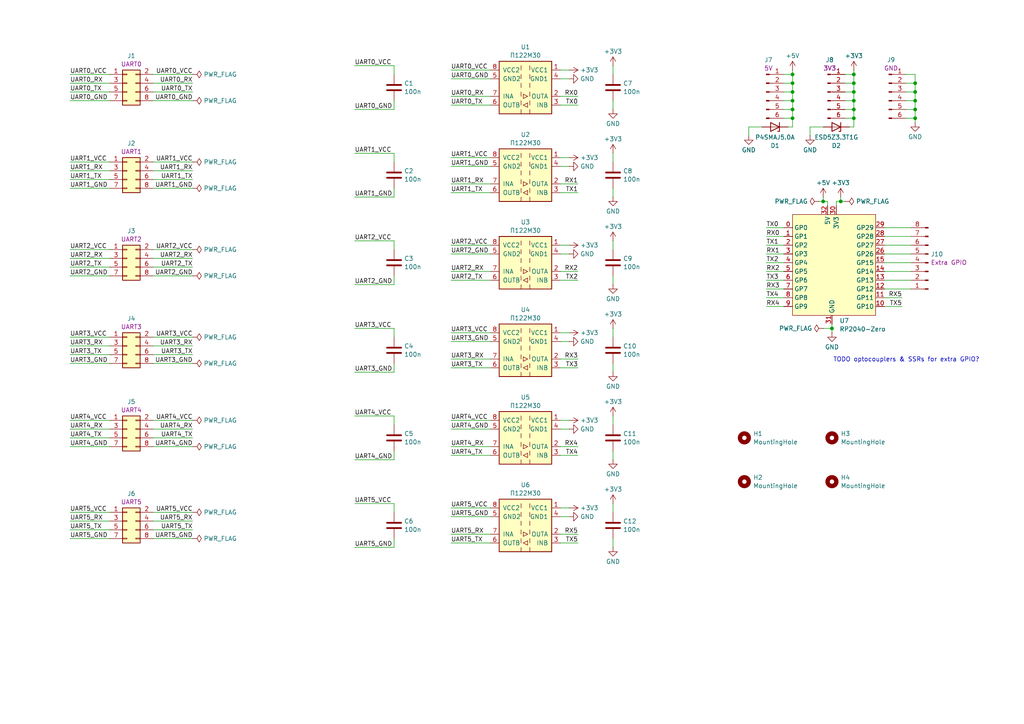
<source format=kicad_sch>
(kicad_sch (version 20231120) (generator "eeschema") (generator_version "8.0")
  (paper "A4")
  (lib_symbols
    (symbol "Connector:Conn_01x06_Pin" (pin_names (offset 1.016) hide)
      (property "Reference" "J" (at 0 7.62 0))
      (property "Value" "Conn_01x06_Pin" (at 0 -10.16 0))
      (symbol "Conn_01x06_Pin_1_1"
        (pin passive line (at 5.08 5.08 180) (length 3.81) (name "Pin_1") (number "1"))
        (pin passive line (at 5.08 2.54 180) (length 3.81) (name "Pin_2") (number "2"))
        (pin passive line (at 5.08 0 180) (length 3.81) (name "Pin_3") (number "3"))
        (pin passive line (at 5.08 -2.54 180) (length 3.81) (name "Pin_4") (number "4"))
        (pin passive line (at 5.08 -5.08 180) (length 3.81) (name "Pin_5") (number "5"))
        (pin passive line (at 5.08 -7.62 180) (length 3.81) (name "Pin_6") (number "6"))
      )
    )
    (symbol "Connector:Conn_01x08_Pin" (pin_names (offset 1.016) hide)
      (property "Reference" "J" (at 0 10.16 0))
      (property "Value" "Conn_01x08_Pin" (at 0 -12.7 0))
      (symbol "Conn_01x08_Pin_1_1"
        (pin passive line (at 5.08 7.62 180) (length 3.81) (name "Pin_1") (number "1"))
        (pin passive line (at 5.08 5.08 180) (length 3.81) (name "Pin_2") (number "2"))
        (pin passive line (at 5.08 2.54 180) (length 3.81) (name "Pin_3") (number "3"))
        (pin passive line (at 5.08 0 180) (length 3.81) (name "Pin_4") (number "4"))
        (pin passive line (at 5.08 -2.54 180) (length 3.81) (name "Pin_5") (number "5"))
        (pin passive line (at 5.08 -5.08 180) (length 3.81) (name "Pin_6") (number "6"))
        (pin passive line (at 5.08 -7.62 180) (length 3.81) (name "Pin_7") (number "7"))
        (pin passive line (at 5.08 -10.16 180) (length 3.81) (name "Pin_8") (number "8"))
      )
    )
    (symbol "Connector_Generic:Conn_02x04_Odd_Even" (pin_names (offset 1.016) hide)
      (property "Reference" "J" (at 1.27 5.08 0))
      (property "Value" "Conn_02x04_Odd_Even" (at 1.27 -7.62 0))
      (symbol "Conn_02x04_Odd_Even_1_1"
        (pin passive line (at -5.08 2.54 0) (length 3.81) (name "Pin_1") (number "1"))
        (pin passive line (at 7.62 2.54 180) (length 3.81) (name "Pin_2") (number "2"))
        (pin passive line (at -5.08 0 0) (length 3.81) (name "Pin_3") (number "3"))
        (pin passive line (at 7.62 0 180) (length 3.81) (name "Pin_4") (number "4"))
        (pin passive line (at -5.08 -2.54 0) (length 3.81) (name "Pin_5") (number "5"))
        (pin passive line (at 7.62 -2.54 180) (length 3.81) (name "Pin_6") (number "6"))
        (pin passive line (at -5.08 -5.08 0) (length 3.81) (name "Pin_7") (number "7"))
        (pin passive line (at 7.62 -5.08 180) (length 3.81) (name "Pin_8") (number "8"))
      )
    )
    (symbol "Device:C" (pin_numbers hide) (pin_names (offset 0.254))
      (property "Reference" "C" (at 0.635 2.54 0))
      (property "Value" "C" (at 0.635 -2.54 0))
      (symbol "C_1_1"
        (pin passive line (at 0 3.81 270) (length 2.794) (name "~") (number "1"))
        (pin passive line (at 0 -3.81 90) (length 2.794) (name "~") (number "2"))
      )
    )
    (symbol "Mechanical:MountingHole" (pin_names (offset 1.016)) (exclude_from_sim yes) (in_bom no)
      (property "Reference" "H" (at 0 5.08 0))
      (property "Value" "MountingHole" (at 0 3.175 0))
    )
    (symbol "inventree:ESD5Z3.3T1G" (pin_numbers hide) (pin_names (offset 1.016) hide)
      (property "Reference" "D" (at 0 2.54 0))
      (property "Value" "ESD5Z3.3T1G" (at 0 -2.54 0))
      (symbol "ESD5Z3.3T1G_1_1"
        (pin passive line (at -3.81 0 0) (length 2.54) (name "K") (number "1"))
        (pin passive line (at 3.81 0 180) (length 2.54) (name "A") (number "2"))
      )
    )
    (symbol "inventree:P4SMAJ5.0A" (pin_numbers hide) (pin_names (offset 1.016) hide)
      (property "Reference" "D" (at 0 2.54 0))
      (property "Value" "P4SMAJ5.0A" (at 0 -2.54 0))
      (symbol "P4SMAJ5.0A_1_1"
        (pin passive line (at -3.81 0 0) (length 2.54) (name "K") (number "1"))
        (pin passive line (at 3.81 0 180) (length 2.54) (name "A") (number "2"))
      )
    )
    (symbol "inventree:RP2040-Zero"
      (property "Reference" "U" (at 0 0 0))
      (property "Value" "RP2040-Zero" (at 0 -2.54 0))
      (symbol "RP2040-Zero_1_1"
        (pin bidirectional line (at -13.97 10.16 0) (length 2.54) (name "GP0") (number "0"))
        (pin bidirectional line (at -13.97 7.62 0) (length 2.54) (name "GP1") (number "1"))
        (pin bidirectional line (at 15.24 -12.7 180) (length 2.54) (name "GP10") (number "10"))
        (pin bidirectional line (at 15.24 -10.16 180) (length 2.54) (name "GP11") (number "11"))
        (pin bidirectional line (at 15.24 -7.62 180) (length 2.54) (name "GP12") (number "12"))
        (pin bidirectional line (at 15.24 -5.08 180) (length 2.54) (name "GP13") (number "13"))
        (pin bidirectional line (at 15.24 -2.54 180) (length 2.54) (name "GP14") (number "14"))
        (pin bidirectional line (at 15.24 0 180) (length 2.54) (name "GP15") (number "15"))
        (pin bidirectional line (at -13.97 5.08 0) (length 2.54) (name "GP2") (number "2"))
        (pin bidirectional line (at 15.24 2.54 180) (length 2.54) (name "GP26") (number "26"))
        (pin bidirectional line (at 15.24 5.08 180) (length 2.54) (name "GP27") (number "27"))
        (pin bidirectional line (at 15.24 7.62 180) (length 2.54) (name "GP28") (number "28"))
        (pin bidirectional line (at 15.24 10.16 180) (length 2.54) (name "GP29") (number "29"))
        (pin bidirectional line (at -13.97 2.54 0) (length 2.54) (name "GP3") (number "3"))
        (pin power_in line (at 1.27 16.51 270) (length 2.54) (name "3V3") (number "30"))
        (pin passive line (at 0 -17.78 90) (length 2.54) (name "GND") (number "31"))
        (pin power_in line (at -1.27 16.51 270) (length 2.54) (name "5V") (number "32"))
        (pin bidirectional line (at -13.97 0 0) (length 2.54) (name "GP4") (number "4"))
        (pin bidirectional line (at -13.97 -2.54 0) (length 2.54) (name "GP5") (number "5"))
        (pin bidirectional line (at -13.97 -5.08 0) (length 2.54) (name "GP6") (number "6"))
        (pin bidirectional line (at -13.97 -7.62 0) (length 2.54) (name "GP7") (number "7"))
        (pin bidirectional line (at -13.97 -10.16 0) (length 2.54) (name "GP8") (number "8"))
        (pin bidirectional line (at -13.97 -12.7 0) (length 2.54) (name "GP9") (number "9"))
      )
    )
    (symbol "inventree:Π122M30" (pin_names (offset 1.016))
      (property "Reference" "U" (at 0 10.795 0))
      (property "Value" "Π122M30" (at 0 8.89 0))
      (symbol "Π122M30_1_1"
        (pin power_in line (at -10.16 5.08 0) (length 2.54) (name "VCC1") (number "1"))
        (pin output line (at -10.16 -2.54 0) (length 2.54) (name "OUTA") (number "2"))
        (pin input line (at -10.16 -5.08 0) (length 2.54) (name "INB") (number "3"))
        (pin power_in line (at -10.16 2.54 0) (length 2.54) (name "GND1") (number "4"))
        (pin power_in line (at 10.16 2.54 180) (length 2.54) (name "GND2") (number "5"))
        (pin output line (at 10.16 -5.08 180) (length 2.54) (name "OUTB") (number "6"))
        (pin input line (at 10.16 -2.54 180) (length 2.54) (name "INA") (number "7"))
        (pin power_in line (at 10.16 5.08 180) (length 2.54) (name "VCC2") (number "8"))
      )
    )
    (symbol "power:+3V3" (power) (pin_numbers hide) (pin_names (offset 0) hide)
      (property "Value" "+3V3" (at 0 3.556 0))
      (symbol "+3V3_1_1"
        (pin power_in line (at 0 0 90) (length 0) (name "~") (number "1"))
      )
    )
    (symbol "power:+5V" (power) (pin_numbers hide) (pin_names (offset 0) hide)
      (property "Value" "+5V" (at 0 3.556 0))
      (symbol "+5V_1_1"
        (pin power_in line (at 0 0 90) (length 0) (name "~") (number "1"))
      )
    )
    (symbol "power:GND" (power) (pin_numbers hide) (pin_names (offset 0) hide)
      (property "Value" "GND" (at 0 -3.81 0))
      (symbol "GND_1_1"
        (pin power_in line (at 0 0 270) (length 0) (name "~") (number "1"))
      )
    )
    (symbol "power:PWR_FLAG" (power) (pin_numbers hide) (pin_names (offset 0) hide)
      (property "Value" "PWR_FLAG" (at 0 3.81 0))
      (symbol "PWR_FLAG_0_0"
        (pin power_out line (at 0 0 90) (length 0) (name "~") (number "1"))
      )
    )
  )
  (junction (at 238.76 58.42))
  (junction (at 247.65 29.21))
  (junction (at 247.65 21.59))
  (junction (at 247.65 26.67))
  (junction (at 229.87 29.21))
  (junction (at 265.43 29.21))
  (junction (at 247.65 31.75))
  (junction (at 229.87 24.13))
  (junction (at 229.87 26.67))
  (junction (at 247.65 34.29))
  (junction (at 229.87 21.59))
  (junction (at 243.84 58.42))
  (junction (at 241.3 95.25))
  (junction (at 265.43 24.13))
  (junction (at 247.65 24.13))
  (junction (at 229.87 31.75))
  (junction (at 265.43 34.29))
  (junction (at 229.87 34.29))
  (junction (at 265.43 31.75))
  (junction (at 265.43 26.67))
  (wire (pts (xy 114.3 158.75) (xy 114.3 156.21)))
  (wire (pts (xy 130.81 30.48) (xy 142.24 30.48)))
  (wire (pts (xy 130.81 129.54) (xy 142.24 129.54)))
  (wire (pts (xy 241.3 95.25) (xy 241.3 96.52)))
  (wire (pts (xy 130.81 124.46) (xy 142.24 124.46)))
  (wire (pts (xy 162.56 55.88) (xy 167.64 55.88)))
  (wire (pts (xy 162.56 147.32) (xy 165.1 147.32)))
  (wire (pts (xy 265.43 29.21) (xy 265.43 31.75)))
  (wire (pts (xy 130.81 53.34) (xy 142.24 53.34)))
  (wire (pts (xy 44.45 156.21) (xy 55.88 156.21)))
  (wire (pts (xy 114.3 69.85) (xy 114.3 72.39)))
  (wire (pts (xy 162.56 48.26) (xy 165.1 48.26)))
  (wire (pts (xy 130.81 48.26) (xy 142.24 48.26)))
  (wire (pts (xy 177.8 105.41) (xy 177.8 107.95)))
  (wire (pts (xy 242.57 58.42) (xy 242.57 59.69)))
  (wire (pts (xy 162.56 157.48) (xy 167.64 157.48)))
  (wire (pts (xy 222.25 83.82) (xy 227.33 83.82)))
  (wire (pts (xy 20.32 97.79) (xy 31.75 97.79)))
  (wire (pts (xy 20.32 105.41) (xy 31.75 105.41)))
  (wire (pts (xy 256.54 83.82) (xy 264.16 83.82)))
  (wire (pts (xy 20.32 52.07) (xy 31.75 52.07)))
  (wire (pts (xy 44.45 26.67) (xy 55.88 26.67)))
  (wire (pts (xy 20.32 77.47) (xy 31.75 77.47)))
  (wire (pts (xy 256.54 86.36) (xy 261.62 86.36)))
  (wire (pts (xy 44.45 21.59) (xy 55.88 21.59)))
  (wire (pts (xy 20.32 54.61) (xy 31.75 54.61)))
  (wire (pts (xy 229.87 34.29) (xy 229.87 36.83)))
  (wire (pts (xy 44.45 74.93) (xy 55.88 74.93)))
  (wire (pts (xy 162.56 104.14) (xy 167.64 104.14)))
  (wire (pts (xy 228.6 36.83) (xy 229.87 36.83)))
  (wire (pts (xy 44.45 105.41) (xy 55.88 105.41)))
  (wire (pts (xy 162.56 81.28) (xy 167.64 81.28)))
  (wire (pts (xy 44.45 124.46) (xy 55.88 124.46)))
  (wire (pts (xy 243.84 57.15) (xy 243.84 58.42)))
  (wire (pts (xy 247.65 26.67) (xy 247.65 29.21)))
  (wire (pts (xy 177.8 69.85) (xy 177.8 72.39)))
  (wire (pts (xy 44.45 72.39) (xy 55.88 72.39)))
  (wire (pts (xy 177.8 120.65) (xy 177.8 123.19)))
  (wire (pts (xy 114.3 44.45) (xy 114.3 46.99)))
  (wire (pts (xy 177.8 80.01) (xy 177.8 82.55)))
  (wire (pts (xy 130.81 96.52) (xy 142.24 96.52)))
  (wire (pts (xy 20.32 26.67) (xy 31.75 26.67)))
  (wire (pts (xy 245.11 31.75) (xy 247.65 31.75)))
  (wire (pts (xy 262.89 29.21) (xy 265.43 29.21)))
  (wire (pts (xy 162.56 121.92) (xy 165.1 121.92)))
  (wire (pts (xy 247.65 21.59) (xy 247.65 24.13)))
  (wire (pts (xy 247.65 29.21) (xy 247.65 31.75)))
  (wire (pts (xy 102.87 31.75) (xy 114.3 31.75)))
  (wire (pts (xy 20.32 156.21) (xy 31.75 156.21)))
  (wire (pts (xy 162.56 30.48) (xy 167.64 30.48)))
  (wire (pts (xy 102.87 146.05) (xy 114.3 146.05)))
  (wire (pts (xy 114.3 146.05) (xy 114.3 148.59)))
  (wire (pts (xy 102.87 107.95) (xy 114.3 107.95)))
  (wire (pts (xy 217.17 39.37) (xy 217.17 36.83)))
  (wire (pts (xy 234.95 36.83) (xy 238.76 36.83)))
  (wire (pts (xy 44.45 24.13) (xy 55.88 24.13)))
  (wire (pts (xy 162.56 27.94) (xy 167.64 27.94)))
  (wire (pts (xy 102.87 120.65) (xy 114.3 120.65)))
  (wire (pts (xy 114.3 95.25) (xy 114.3 97.79)))
  (wire (pts (xy 130.81 147.32) (xy 142.24 147.32)))
  (wire (pts (xy 177.8 54.61) (xy 177.8 57.15)))
  (wire (pts (xy 162.56 99.06) (xy 165.1 99.06)))
  (wire (pts (xy 256.54 66.04) (xy 264.16 66.04)))
  (wire (pts (xy 44.45 127) (xy 55.88 127)))
  (wire (pts (xy 114.3 133.35) (xy 114.3 130.81)))
  (wire (pts (xy 229.87 29.21) (xy 229.87 31.75)))
  (wire (pts (xy 227.33 21.59) (xy 229.87 21.59)))
  (wire (pts (xy 130.81 154.94) (xy 142.24 154.94)))
  (wire (pts (xy 102.87 44.45) (xy 114.3 44.45)))
  (wire (pts (xy 162.56 129.54) (xy 167.64 129.54)))
  (wire (pts (xy 177.8 156.21) (xy 177.8 158.75)))
  (wire (pts (xy 44.45 129.54) (xy 55.88 129.54)))
  (wire (pts (xy 256.54 73.66) (xy 264.16 73.66)))
  (wire (pts (xy 256.54 81.28) (xy 264.16 81.28)))
  (wire (pts (xy 162.56 124.46) (xy 165.1 124.46)))
  (wire (pts (xy 114.3 120.65) (xy 114.3 123.19)))
  (wire (pts (xy 130.81 157.48) (xy 142.24 157.48)))
  (wire (pts (xy 238.76 57.15) (xy 238.76 58.42)))
  (wire (pts (xy 177.8 29.21) (xy 177.8 31.75)))
  (wire (pts (xy 102.87 19.05) (xy 114.3 19.05)))
  (wire (pts (xy 234.95 39.37) (xy 234.95 36.83)))
  (wire (pts (xy 162.56 132.08) (xy 167.64 132.08)))
  (wire (pts (xy 222.25 76.2) (xy 227.33 76.2)))
  (wire (pts (xy 44.45 46.99) (xy 55.88 46.99)))
  (wire (pts (xy 20.32 49.53) (xy 31.75 49.53)))
  (wire (pts (xy 262.89 31.75) (xy 265.43 31.75)))
  (wire (pts (xy 222.25 71.12) (xy 227.33 71.12)))
  (wire (pts (xy 130.81 71.12) (xy 142.24 71.12)))
  (wire (pts (xy 177.8 130.81) (xy 177.8 133.35)))
  (wire (pts (xy 222.25 73.66) (xy 227.33 73.66)))
  (wire (pts (xy 177.8 95.25) (xy 177.8 97.79)))
  (wire (pts (xy 130.81 99.06) (xy 142.24 99.06)))
  (wire (pts (xy 238.76 58.42) (xy 240.03 58.42)))
  (wire (pts (xy 20.32 21.59) (xy 31.75 21.59)))
  (wire (pts (xy 240.03 58.42) (xy 240.03 59.69)))
  (wire (pts (xy 130.81 121.92) (xy 142.24 121.92)))
  (wire (pts (xy 262.89 26.67) (xy 265.43 26.67)))
  (wire (pts (xy 222.25 81.28) (xy 227.33 81.28)))
  (wire (pts (xy 114.3 19.05) (xy 114.3 21.59)))
  (wire (pts (xy 245.11 26.67) (xy 247.65 26.67)))
  (wire (pts (xy 245.11 21.59) (xy 247.65 21.59)))
  (wire (pts (xy 102.87 95.25) (xy 114.3 95.25)))
  (wire (pts (xy 265.43 21.59) (xy 265.43 24.13)))
  (wire (pts (xy 265.43 26.67) (xy 265.43 29.21)))
  (wire (pts (xy 177.8 19.05) (xy 177.8 21.59)))
  (wire (pts (xy 114.3 82.55) (xy 114.3 80.01)))
  (wire (pts (xy 162.56 22.86) (xy 165.1 22.86)))
  (wire (pts (xy 243.84 58.42) (xy 245.11 58.42)))
  (wire (pts (xy 44.45 97.79) (xy 55.88 97.79)))
  (wire (pts (xy 20.32 151.13) (xy 31.75 151.13)))
  (wire (pts (xy 177.8 146.05) (xy 177.8 148.59)))
  (wire (pts (xy 162.56 71.12) (xy 165.1 71.12)))
  (wire (pts (xy 44.45 151.13) (xy 55.88 151.13)))
  (wire (pts (xy 130.81 149.86) (xy 142.24 149.86)))
  (wire (pts (xy 256.54 76.2) (xy 264.16 76.2)))
  (wire (pts (xy 256.54 68.58) (xy 264.16 68.58)))
  (wire (pts (xy 256.54 78.74) (xy 264.16 78.74)))
  (wire (pts (xy 44.45 102.87) (xy 55.88 102.87)))
  (wire (pts (xy 20.32 127) (xy 31.75 127)))
  (wire (pts (xy 44.45 148.59) (xy 55.88 148.59)))
  (wire (pts (xy 20.32 74.93) (xy 31.75 74.93)))
  (wire (pts (xy 20.32 124.46) (xy 31.75 124.46)))
  (wire (pts (xy 20.32 129.54) (xy 31.75 129.54)))
  (wire (pts (xy 20.32 24.13) (xy 31.75 24.13)))
  (wire (pts (xy 227.33 29.21) (xy 229.87 29.21)))
  (wire (pts (xy 229.87 20.32) (xy 229.87 21.59)))
  (wire (pts (xy 102.87 158.75) (xy 114.3 158.75)))
  (wire (pts (xy 20.32 80.01) (xy 31.75 80.01)))
  (wire (pts (xy 102.87 57.15) (xy 114.3 57.15)))
  (wire (pts (xy 114.3 107.95) (xy 114.3 105.41)))
  (wire (pts (xy 262.89 21.59) (xy 265.43 21.59)))
  (wire (pts (xy 162.56 73.66) (xy 165.1 73.66)))
  (wire (pts (xy 130.81 27.94) (xy 142.24 27.94)))
  (wire (pts (xy 162.56 154.94) (xy 167.64 154.94)))
  (wire (pts (xy 217.17 36.83) (xy 220.98 36.83)))
  (wire (pts (xy 237.49 58.42) (xy 238.76 58.42)))
  (wire (pts (xy 247.65 34.29) (xy 245.11 34.29)))
  (wire (pts (xy 44.45 49.53) (xy 55.88 49.53)))
  (wire (pts (xy 247.65 24.13) (xy 247.65 26.67)))
  (wire (pts (xy 162.56 149.86) (xy 165.1 149.86)))
  (wire (pts (xy 20.32 102.87) (xy 31.75 102.87)))
  (wire (pts (xy 227.33 24.13) (xy 229.87 24.13)))
  (wire (pts (xy 130.81 132.08) (xy 142.24 132.08)))
  (wire (pts (xy 102.87 133.35) (xy 114.3 133.35)))
  (wire (pts (xy 241.3 93.98) (xy 241.3 95.25)))
  (wire (pts (xy 44.45 29.21) (xy 55.88 29.21)))
  (wire (pts (xy 44.45 100.33) (xy 55.88 100.33)))
  (wire (pts (xy 44.45 80.01) (xy 55.88 80.01)))
  (wire (pts (xy 20.32 121.92) (xy 31.75 121.92)))
  (wire (pts (xy 247.65 36.83) (xy 247.65 34.29)))
  (wire (pts (xy 177.8 44.45) (xy 177.8 46.99)))
  (wire (pts (xy 222.25 68.58) (xy 227.33 68.58)))
  (wire (pts (xy 265.43 34.29) (xy 265.43 35.56)))
  (wire (pts (xy 238.76 95.25) (xy 241.3 95.25)))
  (wire (pts (xy 227.33 26.67) (xy 229.87 26.67)))
  (wire (pts (xy 162.56 45.72) (xy 165.1 45.72)))
  (wire (pts (xy 229.87 26.67) (xy 229.87 29.21)))
  (wire (pts (xy 243.84 58.42) (xy 242.57 58.42)))
  (wire (pts (xy 130.81 78.74) (xy 142.24 78.74)))
  (wire (pts (xy 247.65 31.75) (xy 247.65 34.29)))
  (wire (pts (xy 229.87 21.59) (xy 229.87 24.13)))
  (wire (pts (xy 162.56 53.34) (xy 167.64 53.34)))
  (wire (pts (xy 130.81 45.72) (xy 142.24 45.72)))
  (wire (pts (xy 246.38 36.83) (xy 247.65 36.83)))
  (wire (pts (xy 20.32 148.59) (xy 31.75 148.59)))
  (wire (pts (xy 256.54 88.9) (xy 261.62 88.9)))
  (wire (pts (xy 44.45 153.67) (xy 55.88 153.67)))
  (wire (pts (xy 44.45 52.07) (xy 55.88 52.07)))
  (wire (pts (xy 44.45 121.92) (xy 55.88 121.92)))
  (wire (pts (xy 227.33 31.75) (xy 229.87 31.75)))
  (wire (pts (xy 20.32 29.21) (xy 31.75 29.21)))
  (wire (pts (xy 130.81 20.32) (xy 142.24 20.32)))
  (wire (pts (xy 162.56 78.74) (xy 167.64 78.74)))
  (wire (pts (xy 245.11 24.13) (xy 247.65 24.13)))
  (wire (pts (xy 130.81 106.68) (xy 142.24 106.68)))
  (wire (pts (xy 44.45 77.47) (xy 55.88 77.47)))
  (wire (pts (xy 262.89 24.13) (xy 265.43 24.13)))
  (wire (pts (xy 162.56 106.68) (xy 167.64 106.68)))
  (wire (pts (xy 245.11 29.21) (xy 247.65 29.21)))
  (wire (pts (xy 265.43 24.13) (xy 265.43 26.67)))
  (wire (pts (xy 130.81 55.88) (xy 142.24 55.88)))
  (wire (pts (xy 102.87 69.85) (xy 114.3 69.85)))
  (wire (pts (xy 130.81 73.66) (xy 142.24 73.66)))
  (wire (pts (xy 20.32 46.99) (xy 31.75 46.99)))
  (wire (pts (xy 114.3 31.75) (xy 114.3 29.21)))
  (wire (pts (xy 222.25 66.04) (xy 227.33 66.04)))
  (wire (pts (xy 130.81 22.86) (xy 142.24 22.86)))
  (wire (pts (xy 229.87 34.29) (xy 227.33 34.29)))
  (wire (pts (xy 44.45 54.61) (xy 55.88 54.61)))
  (wire (pts (xy 20.32 153.67) (xy 31.75 153.67)))
  (wire (pts (xy 265.43 31.75) (xy 265.43 34.29)))
  (wire (pts (xy 222.25 78.74) (xy 227.33 78.74)))
  (wire (pts (xy 222.25 86.36) (xy 227.33 86.36)))
  (wire (pts (xy 130.81 104.14) (xy 142.24 104.14)))
  (wire (pts (xy 256.54 71.12) (xy 264.16 71.12)))
  (wire (pts (xy 20.32 72.39) (xy 31.75 72.39)))
  (wire (pts (xy 247.65 20.32) (xy 247.65 21.59)))
  (wire (pts (xy 162.56 20.32) (xy 165.1 20.32)))
  (wire (pts (xy 229.87 24.13) (xy 229.87 26.67)))
  (wire (pts (xy 229.87 31.75) (xy 229.87 34.29)))
  (wire (pts (xy 102.87 82.55) (xy 114.3 82.55)))
  (wire (pts (xy 130.81 81.28) (xy 142.24 81.28)))
  (wire (pts (xy 162.56 96.52) (xy 165.1 96.52)))
  (wire (pts (xy 222.25 88.9) (xy 227.33 88.9)))
  (wire (pts (xy 20.32 100.33) (xy 31.75 100.33)))
  (wire (pts (xy 114.3 57.15) (xy 114.3 54.61)))
  (wire (pts (xy 265.43 34.29) (xy 262.89 34.29)))
  (text "TODO optocouplers & SSRs for extra GPIO?" (at 262.89 104.394 0) (effects (font (size 1.27 1.27))))
  (label "UART3_VCC" (at 130.81 96.52 0))
  (label "UART2_VCC" (at 20.32 72.39 0))
  (label "UART0_GND" (at 130.81 22.86 0))
  (label "TX0" (at 222.25 66.04 0))
  (label "UART1_TX" (at 20.32 52.07 0))
  (label "UART4_VCC" (at 130.81 121.92 0))
  (label "UART5_RX" (at 130.81 154.94 0))
  (label "UART4_RX" (at 130.81 129.54 0))
  (label "RX5" (at 167.64 154.94 180))
  (label "TX5" (at 261.62 88.9 180))
  (label "UART3_VCC" (at 102.87 95.25 0))
  (label "RX0" (at 222.25 68.58 0))
  (label "UART4_VCC" (at 55.88 121.92 180))
  (label "UART0_TX" (at 20.32 26.67 0))
  (label "UART1_GND" (at 55.88 54.61 180))
  (label "RX4" (at 167.64 129.54 180))
  (label "UART5_RX" (at 20.32 151.13 0))
  (label "UART0_VCC" (at 130.81 20.32 0))
  (label "UART1_RX" (at 20.32 49.53 0))
  (label "UART2_VCC" (at 102.87 69.85 0))
  (label "UART4_TX" (at 20.32 127 0))
  (label "UART4_RX" (at 20.32 124.46 0))
  (label "UART3_GND" (at 55.88 105.41 180))
  (label "UART3_VCC" (at 20.32 97.79 0))
  (label "UART0_GND" (at 55.88 29.21 180))
  (label "UART3_GND" (at 130.81 99.06 0))
  (label "UART3_TX" (at 130.81 106.68 0))
  (label "UART5_GND" (at 130.81 149.86 0))
  (label "RX2" (at 222.25 78.74 0))
  (label "UART2_GND" (at 55.88 80.01 180))
  (label "UART2_TX" (at 130.81 81.28 0))
  (label "UART1_GND" (at 130.81 48.26 0))
  (label "UART5_TX" (at 20.32 153.67 0))
  (label "UART2_TX" (at 20.32 77.47 0))
  (label "UART4_VCC" (at 20.32 121.92 0))
  (label "UART4_VCC" (at 102.87 120.65 0))
  (label "UART5_VCC" (at 102.87 146.05 0))
  (label "UART5_RX" (at 55.88 151.13 180))
  (label "UART2_TX" (at 55.88 77.47 180))
  (label "UART0_VCC" (at 102.87 19.05 0))
  (label "UART2_VCC" (at 130.81 71.12 0))
  (label "UART3_RX" (at 130.81 104.14 0))
  (label "UART1_VCC" (at 55.88 46.99 180))
  (label "UART2_RX" (at 20.32 74.93 0))
  (label "UART2_GND" (at 102.87 82.55 0))
  (label "RX3" (at 167.64 104.14 180))
  (label "UART0_RX" (at 55.88 24.13 180))
  (label "UART4_GND" (at 130.81 124.46 0))
  (label "TX1" (at 167.64 55.88 180))
  (label "TX2" (at 167.64 81.28 180))
  (label "UART1_TX" (at 130.81 55.88 0))
  (label "UART2_RX" (at 55.88 74.93 180))
  (label "UART3_RX" (at 20.32 100.33 0))
  (label "TX3" (at 167.64 106.68 180))
  (label "UART5_GND" (at 102.87 158.75 0))
  (label "UART2_RX" (at 130.81 78.74 0))
  (label "UART1_VCC" (at 102.87 44.45 0))
  (label "UART0_RX" (at 130.81 27.94 0))
  (label "UART4_GND" (at 55.88 129.54 180))
  (label "UART0_RX" (at 20.32 24.13 0))
  (label "TX3" (at 222.25 81.28 0))
  (label "UART3_GND" (at 102.87 107.95 0))
  (label "TX4" (at 222.25 86.36 0))
  (label "UART3_TX" (at 20.32 102.87 0))
  (label "UART4_GND" (at 102.87 133.35 0))
  (label "UART4_GND" (at 20.32 129.54 0))
  (label "UART3_RX" (at 55.88 100.33 180))
  (label "UART5_VCC" (at 55.88 148.59 180))
  (label "UART0_GND" (at 20.32 29.21 0))
  (label "TX2" (at 222.25 76.2 0))
  (label "UART5_VCC" (at 130.81 147.32 0))
  (label "UART3_VCC" (at 55.88 97.79 180))
  (label "UART5_TX" (at 55.88 153.67 180))
  (label "UART3_TX" (at 55.88 102.87 180))
  (label "UART0_GND" (at 102.87 31.75 0))
  (label "RX3" (at 222.25 83.82 0))
  (label "UART1_RX" (at 55.88 49.53 180))
  (label "UART5_GND" (at 55.88 156.21 180))
  (label "RX1" (at 222.25 73.66 0))
  (label "UART0_VCC" (at 20.32 21.59 0))
  (label "UART2_VCC" (at 55.88 72.39 180))
  (label "UART5_VCC" (at 20.32 148.59 0))
  (label "UART1_GND" (at 102.87 57.15 0))
  (label "UART2_GND" (at 20.32 80.01 0))
  (label "UART1_TX" (at 55.88 52.07 180))
  (label "RX1" (at 167.64 53.34 180))
  (label "UART5_GND" (at 20.32 156.21 0))
  (label "UART4_RX" (at 55.88 124.46 180))
  (label "TX5" (at 167.64 157.48 180))
  (label "UART1_VCC" (at 130.81 45.72 0))
  (label "UART4_TX" (at 130.81 132.08 0))
  (label "UART4_TX" (at 55.88 127 180))
  (label "UART2_GND" (at 130.81 73.66 0))
  (label "UART1_RX" (at 130.81 53.34 0))
  (label "RX5" (at 261.62 86.36 180))
  (label "RX0" (at 167.64 27.94 180))
  (label "RX2" (at 167.64 78.74 180))
  (label "UART0_VCC" (at 55.88 21.59 180))
  (label "TX4" (at 167.64 132.08 180))
  (label "UART1_VCC" (at 20.32 46.99 0))
  (label "UART3_GND" (at 20.32 105.41 0))
  (label "RX4" (at 222.25 88.9 0))
  (label "TX1" (at 222.25 71.12 0))
  (label "TX0" (at 167.64 30.48 180))
  (label "UART1_GND" (at 20.32 54.61 0))
  (label "UART0_TX" (at 55.88 26.67 180))
  (label "UART0_TX" (at 130.81 30.48 0))
  (label "UART5_TX" (at 130.81 157.48 0))
  (symbol (lib_id "Device:C") (at 114.3 50.8 0) (unit 1)
    (property "Reference" "C2" (at 117.221 49.5878 0) (effects (justify left)))
    (property "Value" "100n" (at 117.221 52.0121 0) (effects (justify left)))
    (property "Footprint" "Capacitor_SMD:C_0805_2012Metric_Pad1.18x1.45mm_HandSolder" (effects (hide yes)))
    (property "Description" "Unpolarized capacitor" (effects (hide yes)))
  )
  (symbol (lib_id "power:+3V3") (at 243.84 57.15 0) (unit 1)
    (property "Reference" "#PWR30" (effects (hide yes)))
    (property "Value" "+3V3" (at 243.84 53.0169 0))
    (property "Description" "Power symbol creates a global label with name \"+3V3\"" (effects (hide yes)))
  )
  (symbol (lib_id "Mechanical:MountingHole") (at 215.9 127 0) (unit 1) (exclude_from_sim yes) (in_bom no)
    (property "Reference" "H1" (at 218.44 125.7878 0) (effects (justify left)))
    (property "Value" "MountingHole" (at 218.44 128.2121 0) (effects (justify left)))
    (property "Footprint" "MountingHole:MountingHole_3.2mm_M3" (effects (hide yes)))
    (property "Description" "Mounting Hole without connection" (effects (hide yes)))
  )
  (symbol (lib_id "power:+3V3") (at 247.65 20.32 0) (unit 1)
    (property "Reference" "#PWR31" (effects (hide yes)))
    (property "Value" "+3V3" (at 247.65 16.1869 0))
    (property "Description" "Power symbol creates a global label with name \"+3V3\"" (effects (hide yes)))
  )
  (symbol (lib_id "power:+3V3") (at 177.8 95.25 0) (unit 1)
    (property "Reference" "#PWR19" (effects (hide yes)))
    (property "Value" "+3V3" (at 177.8 91.1169 0))
    (property "Description" "Power symbol creates a global label with name \"+3V3\"" (effects (hide yes)))
  )
  (symbol (lib_id "power:PWR_FLAG") (at 55.88 148.59 270) (unit 1)
    (property "Reference" "#FLG11" (effects (hide yes)))
    (property "Value" "PWR_FLAG" (at 59.055 148.59 90) (effects (justify left)))
    (property "Description" "Special symbol for telling ERC where power comes from" (effects (hide yes)))
  )
  (symbol (lib_id "power:+5V") (at 229.87 20.32 0) (unit 1)
    (property "Reference" "#PWR26" (effects (hide yes)))
    (property "Value" "+5V" (at 229.87 16.1869 0))
    (property "Description" "Power symbol creates a global label with name \"+5V\"" (effects (hide yes)))
  )
  (symbol (lib_id "Connector_Generic:Conn_02x04_Odd_Even") (at 36.83 151.13 0) (unit 1)
    (property "Reference" "J6" (at 38.1 143.1755 0))
    (property "Value" "Conn_02x04_Odd_Even" (effects (hide yes)))
    (property "Footprint" "Connector_PinHeader_2.54mm:PinHeader_2x04_P2.54mm_Vertical" (effects (hide yes)))
    (property "Description" "Generic connector, double row, 02x04, odd/even pin numbering scheme (row 1 odd numbers, row 2 even numbers), script generated (kicad-library-utils/schlib/autogen/connector/)" (effects (hide yes)))
    (property "Label" "UART5" (at 38.1 145.5998 0))
  )
  (symbol (lib_id "Device:C") (at 177.8 76.2 0) (unit 1)
    (property "Reference" "C9" (at 180.721 74.9878 0) (effects (justify left)))
    (property "Value" "100n" (at 180.721 77.4121 0) (effects (justify left)))
    (property "Footprint" "Capacitor_SMD:C_0805_2012Metric_Pad1.18x1.45mm_HandSolder" (effects (hide yes)))
    (property "Description" "Unpolarized capacitor" (effects (hide yes)))
  )
  (symbol (lib_id "power:GND") (at 265.43 35.56 0) (unit 1)
    (property "Reference" "#PWR32" (effects (hide yes)))
    (property "Value" "GND" (at 265.43 39.6931 0))
    (property "Description" "Power symbol creates a global label with name \"GND\" , ground" (effects (hide yes)))
  )
  (symbol (lib_id "inventree:ESD5Z3.3T1G") (at 242.57 36.83 180) (unit 1)
    (property "Reference" "D2" (at 242.57 42.2445 0))
    (property "Value" "ESD5Z3.3T1G" (at 242.57 39.8202 0))
    (property "Footprint" "Diode_SMD:D_SOD-523" (effects (hide yes)))
    (property "Datasheet" "http://inventree.rpi.lab.lan/media/part_files/19/ESD5Zx-DTE.PDF" (effects (hide yes)))
    (property "Description" "Diode: TVS; 158W; 5V; 11.2A; unidirectional; SOD523; reel,tape; Ch: 1" (effects (hide yes)))
    (property "InvenTree" "19" (effects (hide yes)))
    (property "Part URL" "http://inventree.rpi.lab.lan/part/19/" (effects (hide yes)))
    (property "Forward Voltage" "5V" (effects (hide yes)))
    (property "Mounting Type" "SMD" (effects (hide yes)))
    (property "Package Type" "SOD523" (effects (hide yes)))
    (property "Rated Current" "11.2A" (effects (hide yes)))
    (property "Rated Power" "158W" (effects (hide yes)))
    (property "Standoff Voltage" "3.3V" (effects (hide yes)))
    (property "Breakdown Voltage" "5V" (effects (hide yes)))
    (property "Leakage Current" "50nA" (effects (hide yes)))
    (property "Semiconductor Structure" "unidirectional" (effects (hide yes)))
  )
  (symbol (lib_id "power:GND") (at 165.1 99.06 90) (unit 1)
    (property "Reference" "#PWR8" (effects (hide yes)))
    (property "Value" "GND" (at 168.275 99.06 90) (effects (justify right)))
    (property "Description" "Power symbol creates a global label with name \"GND\" , ground" (effects (hide yes)))
  )
  (symbol (lib_id "power:PWR_FLAG") (at 55.88 21.59 270) (unit 1)
    (property "Reference" "#FLG1" (effects (hide yes)))
    (property "Value" "PWR_FLAG" (at 59.055 21.59 90) (effects (justify left)))
    (property "Description" "Special symbol for telling ERC where power comes from" (effects (hide yes)))
  )
  (symbol (lib_id "power:+3V3") (at 165.1 96.52 270) (unit 1)
    (property "Reference" "#PWR7" (effects (hide yes)))
    (property "Value" "+3V3" (at 168.275 96.52 90) (effects (justify left)))
    (property "Description" "Power symbol creates a global label with name \"+3V3\"" (effects (hide yes)))
  )
  (symbol (lib_id "power:+5V") (at 238.76 57.15 0) (unit 1)
    (property "Reference" "#PWR28" (effects (hide yes)))
    (property "Value" "+5V" (at 238.76 53.0169 0))
    (property "Description" "Power symbol creates a global label with name \"+5V\"" (effects (hide yes)))
  )
  (symbol (lib_id "inventree:Π122M30") (at 152.4 101.6 0) (mirror y) (unit 1)
    (property "Reference" "U4" (at 152.4 89.8355 0))
    (property "Value" "Π122M30" (at 152.4 92.2598 0))
    (property "Footprint" "Package_SO:SOIC-8_3.9x4.9mm_P1.27mm" (effects (hide yes)))
    (property "Datasheet" "http://inventree.rpi.lab.lan/media/attachments/part/554/PAI12xM3x_PAI12xM6x.pdf" (effects (hide yes)))
    (property "Description" "IC: interface; digital isolator; 10Mbps; iDivider®; 3÷5.5VDC; SMD" (effects (hide yes)))
    (property "InvenTree" "554" (effects (hide yes)))
    (property "Part URL" "http://inventree.rpi.lab.lan/part/554/" (effects (hide yes)))
    (property "Mounting Type" "SMD" (effects (hide yes)))
    (property "Package Type" "SO8" (effects (hide yes)))
    (property "Supply Voltage" "3...5.5V DC" (effects (hide yes)))
  )
  (symbol (lib_id "power:PWR_FLAG") (at 55.88 105.41 270) (unit 1)
    (property "Reference" "#FLG8" (effects (hide yes)))
    (property "Value" "PWR_FLAG" (at 59.055 105.41 90) (effects (justify left)))
    (property "Description" "Special symbol for telling ERC where power comes from" (effects (hide yes)))
  )
  (symbol (lib_id "power:+3V3") (at 165.1 147.32 270) (unit 1)
    (property "Reference" "#PWR11" (effects (hide yes)))
    (property "Value" "+3V3" (at 168.275 147.32 90) (effects (justify left)))
    (property "Description" "Power symbol creates a global label with name \"+3V3\"" (effects (hide yes)))
  )
  (symbol (lib_id "Mechanical:MountingHole") (at 241.3 127 0) (unit 1) (exclude_from_sim yes) (in_bom no)
    (property "Reference" "H3" (at 243.84 125.7878 0) (effects (justify left)))
    (property "Value" "MountingHole" (at 243.84 128.2121 0) (effects (justify left)))
    (property "Footprint" "MountingHole:MountingHole_3.2mm_M3" (effects (hide yes)))
    (property "Description" "Mounting Hole without connection" (effects (hide yes)))
  )
  (symbol (lib_id "power:+3V3") (at 177.8 120.65 0) (unit 1)
    (property "Reference" "#PWR21" (effects (hide yes)))
    (property "Value" "+3V3" (at 177.8 116.5169 0))
    (property "Description" "Power symbol creates a global label with name \"+3V3\"" (effects (hide yes)))
  )
  (symbol (lib_id "Mechanical:MountingHole") (at 241.3 139.7 0) (unit 1) (exclude_from_sim yes) (in_bom no)
    (property "Reference" "H4" (at 243.84 138.4878 0) (effects (justify left)))
    (property "Value" "MountingHole" (at 243.84 140.9121 0) (effects (justify left)))
    (property "Footprint" "MountingHole:MountingHole_3.2mm_M3" (effects (hide yes)))
    (property "Description" "Mounting Hole without connection" (effects (hide yes)))
  )
  (symbol (lib_id "Device:C") (at 114.3 25.4 0) (unit 1)
    (property "Reference" "C1" (at 117.221 24.1878 0) (effects (justify left)))
    (property "Value" "100n" (at 117.221 26.6121 0) (effects (justify left)))
    (property "Footprint" "Capacitor_SMD:C_0805_2012Metric_Pad1.18x1.45mm_HandSolder" (effects (hide yes)))
    (property "Description" "Unpolarized capacitor" (effects (hide yes)))
  )
  (symbol (lib_id "power:PWR_FLAG") (at 55.88 97.79 270) (unit 1)
    (property "Reference" "#FLG7" (effects (hide yes)))
    (property "Value" "PWR_FLAG" (at 59.055 97.79 90) (effects (justify left)))
    (property "Description" "Special symbol for telling ERC where power comes from" (effects (hide yes)))
  )
  (symbol (lib_id "power:PWR_FLAG") (at 55.88 80.01 270) (unit 1)
    (property "Reference" "#FLG6" (effects (hide yes)))
    (property "Value" "PWR_FLAG" (at 59.055 80.01 90) (effects (justify left)))
    (property "Description" "Special symbol for telling ERC where power comes from" (effects (hide yes)))
  )
  (symbol (lib_id "Connector_Generic:Conn_02x04_Odd_Even") (at 36.83 49.53 0) (unit 1)
    (property "Reference" "J2" (at 38.1 41.5755 0))
    (property "Value" "Conn_02x04_Odd_Even" (effects (hide yes)))
    (property "Footprint" "Connector_PinHeader_2.54mm:PinHeader_2x04_P2.54mm_Vertical" (effects (hide yes)))
    (property "Description" "Generic connector, double row, 02x04, odd/even pin numbering scheme (row 1 odd numbers, row 2 even numbers), script generated (kicad-library-utils/schlib/autogen/connector/)" (effects (hide yes)))
    (property "Label" "UART1" (at 38.1 43.9998 0))
  )
  (symbol (lib_id "power:GND") (at 234.95 39.37 0) (unit 1)
    (property "Reference" "#PWR27" (effects (hide yes)))
    (property "Value" "GND" (at 234.95 43.5031 0))
    (property "Description" "Power symbol creates a global label with name \"GND\" , ground" (effects (hide yes)))
  )
  (symbol (lib_id "power:+3V3") (at 165.1 71.12 270) (unit 1)
    (property "Reference" "#PWR5" (effects (hide yes)))
    (property "Value" "+3V3" (at 168.275 71.12 90) (effects (justify left)))
    (property "Description" "Power symbol creates a global label with name \"+3V3\"" (effects (hide yes)))
  )
  (symbol (lib_id "power:+3V3") (at 165.1 121.92 270) (unit 1)
    (property "Reference" "#PWR9" (effects (hide yes)))
    (property "Value" "+3V3" (at 168.275 121.92 90) (effects (justify left)))
    (property "Description" "Power symbol creates a global label with name \"+3V3\"" (effects (hide yes)))
  )
  (symbol (lib_id "Device:C") (at 177.8 101.6 0) (unit 1)
    (property "Reference" "C10" (at 180.721 100.3878 0) (effects (justify left)))
    (property "Value" "100n" (at 180.721 102.8121 0) (effects (justify left)))
    (property "Footprint" "Capacitor_SMD:C_0805_2012Metric_Pad1.18x1.45mm_HandSolder" (effects (hide yes)))
    (property "Description" "Unpolarized capacitor" (effects (hide yes)))
  )
  (symbol (lib_id "Connector_Generic:Conn_02x04_Odd_Even") (at 36.83 74.93 0) (unit 1)
    (property "Reference" "J3" (at 38.1 66.9755 0))
    (property "Value" "Conn_02x04_Odd_Even" (effects (hide yes)))
    (property "Footprint" "Connector_PinHeader_2.54mm:PinHeader_2x04_P2.54mm_Vertical" (effects (hide yes)))
    (property "Description" "Generic connector, double row, 02x04, odd/even pin numbering scheme (row 1 odd numbers, row 2 even numbers), script generated (kicad-library-utils/schlib/autogen/connector/)" (effects (hide yes)))
    (property "Label" "UART2" (at 38.1 69.3998 0))
  )
  (symbol (lib_id "Device:C") (at 114.3 101.6 0) (unit 1)
    (property "Reference" "C4" (at 117.221 100.3878 0) (effects (justify left)))
    (property "Value" "100n" (at 117.221 102.8121 0) (effects (justify left)))
    (property "Footprint" "Capacitor_SMD:C_0805_2012Metric_Pad1.18x1.45mm_HandSolder" (effects (hide yes)))
    (property "Description" "Unpolarized capacitor" (effects (hide yes)))
  )
  (symbol (lib_id "Device:C") (at 177.8 127 0) (unit 1)
    (property "Reference" "C11" (at 180.721 125.7878 0) (effects (justify left)))
    (property "Value" "100n" (at 180.721 128.2121 0) (effects (justify left)))
    (property "Footprint" "Capacitor_SMD:C_0805_2012Metric_Pad1.18x1.45mm_HandSolder" (effects (hide yes)))
    (property "Description" "Unpolarized capacitor" (effects (hide yes)))
  )
  (symbol (lib_id "power:PWR_FLAG") (at 237.49 58.42 90) (unit 1)
    (property "Reference" "#FLG13" (effects (hide yes)))
    (property "Value" "PWR_FLAG" (at 234.3151 58.42 90) (effects (justify left)))
    (property "Description" "Special symbol for telling ERC where power comes from" (effects (hide yes)))
  )
  (symbol (lib_id "power:PWR_FLAG") (at 55.88 29.21 270) (unit 1)
    (property "Reference" "#FLG2" (effects (hide yes)))
    (property "Value" "PWR_FLAG" (at 59.055 29.21 90) (effects (justify left)))
    (property "Description" "Special symbol for telling ERC where power comes from" (effects (hide yes)))
  )
  (symbol (lib_id "power:+3V3") (at 177.8 69.85 0) (unit 1)
    (property "Reference" "#PWR17" (effects (hide yes)))
    (property "Value" "+3V3" (at 177.8 65.7169 0))
    (property "Description" "Power symbol creates a global label with name \"+3V3\"" (effects (hide yes)))
  )
  (symbol (lib_id "power:GND") (at 177.8 82.55 0) (unit 1)
    (property "Reference" "#PWR18" (effects (hide yes)))
    (property "Value" "GND" (at 177.8 86.6831 0))
    (property "Description" "Power symbol creates a global label with name \"GND\" , ground" (effects (hide yes)))
  )
  (symbol (lib_id "Connector:Conn_01x06_Pin") (at 240.03 26.67 0) (unit 1)
    (property "Reference" "J8" (at 240.665 17.3693 0))
    (property "Value" "Conn_01x06_Pin" (effects (hide yes)))
    (property "Footprint" "Connector_PinHeader_2.54mm:PinHeader_1x06_P2.54mm_Vertical" (effects (hide yes)))
    (property "Description" "Generic connector, single row, 01x06, script generated" (effects (hide yes)))
    (property "Label" "3V3" (at 240.665 19.7936 0))
  )
  (symbol (lib_id "Mechanical:MountingHole") (at 215.9 139.7 0) (unit 1) (exclude_from_sim yes) (in_bom no)
    (property "Reference" "H2" (at 218.44 138.4878 0) (effects (justify left)))
    (property "Value" "MountingHole" (at 218.44 140.9121 0) (effects (justify left)))
    (property "Footprint" "MountingHole:MountingHole_3.2mm_M3" (effects (hide yes)))
    (property "Description" "Mounting Hole without connection" (effects (hide yes)))
  )
  (symbol (lib_id "Device:C") (at 114.3 152.4 0) (unit 1)
    (property "Reference" "C6" (at 117.221 151.1878 0) (effects (justify left)))
    (property "Value" "100n" (at 117.221 153.6121 0) (effects (justify left)))
    (property "Footprint" "Capacitor_SMD:C_0805_2012Metric_Pad1.18x1.45mm_HandSolder" (effects (hide yes)))
    (property "Description" "Unpolarized capacitor" (effects (hide yes)))
  )
  (symbol (lib_id "power:PWR_FLAG") (at 245.11 58.42 270) (unit 1)
    (property "Reference" "#FLG15" (effects (hide yes)))
    (property "Value" "PWR_FLAG" (at 248.285 58.42 90) (effects (justify left)))
    (property "Description" "Special symbol for telling ERC where power comes from" (effects (hide yes)))
  )
  (symbol (lib_id "power:GND") (at 217.17 39.37 0) (unit 1)
    (property "Reference" "#PWR25" (effects (hide yes)))
    (property "Value" "GND" (at 217.17 43.5031 0))
    (property "Description" "Power symbol creates a global label with name \"GND\" , ground" (effects (hide yes)))
  )
  (symbol (lib_id "inventree:Π122M30") (at 152.4 127 0) (mirror y) (unit 1)
    (property "Reference" "U5" (at 152.4 115.2355 0))
    (property "Value" "Π122M30" (at 152.4 117.6598 0))
    (property "Footprint" "Package_SO:SOIC-8_3.9x4.9mm_P1.27mm" (effects (hide yes)))
    (property "Datasheet" "http://inventree.rpi.lab.lan/media/attachments/part/554/PAI12xM3x_PAI12xM6x.pdf" (effects (hide yes)))
    (property "Description" "IC: interface; digital isolator; 10Mbps; iDivider®; 3÷5.5VDC; SMD" (effects (hide yes)))
    (property "InvenTree" "554" (effects (hide yes)))
    (property "Part URL" "http://inventree.rpi.lab.lan/part/554/" (effects (hide yes)))
    (property "Mounting Type" "SMD" (effects (hide yes)))
    (property "Package Type" "SO8" (effects (hide yes)))
    (property "Supply Voltage" "3...5.5V DC" (effects (hide yes)))
  )
  (symbol (lib_id "power:GND") (at 165.1 22.86 90) (unit 1)
    (property "Reference" "#PWR2" (effects (hide yes)))
    (property "Value" "GND" (at 168.275 22.86 90) (effects (justify right)))
    (property "Description" "Power symbol creates a global label with name \"GND\" , ground" (effects (hide yes)))
  )
  (symbol (lib_id "power:GND") (at 177.8 57.15 0) (unit 1)
    (property "Reference" "#PWR16" (effects (hide yes)))
    (property "Value" "GND" (at 177.8 61.2831 0))
    (property "Description" "Power symbol creates a global label with name \"GND\" , ground" (effects (hide yes)))
  )
  (symbol (lib_id "Connector:Conn_01x06_Pin") (at 257.81 26.67 0) (unit 1)
    (property "Reference" "J9" (at 258.445 17.3693 0))
    (property "Value" "Conn_01x06_Pin" (effects (hide yes)))
    (property "Footprint" "Connector_PinHeader_2.54mm:PinHeader_1x06_P2.54mm_Vertical" (effects (hide yes)))
    (property "Description" "Generic connector, single row, 01x06, script generated" (effects (hide yes)))
    (property "Label" "GND" (at 258.445 19.7936 0))
  )
  (symbol (lib_id "power:PWR_FLAG") (at 55.88 121.92 270) (unit 1)
    (property "Reference" "#FLG9" (effects (hide yes)))
    (property "Value" "PWR_FLAG" (at 59.055 121.92 90) (effects (justify left)))
    (property "Description" "Special symbol for telling ERC where power comes from" (effects (hide yes)))
  )
  (symbol (lib_id "Device:C") (at 114.3 127 0) (unit 1)
    (property "Reference" "C5" (at 117.221 125.7878 0) (effects (justify left)))
    (property "Value" "100n" (at 117.221 128.2121 0) (effects (justify left)))
    (property "Footprint" "Capacitor_SMD:C_0805_2012Metric_Pad1.18x1.45mm_HandSolder" (effects (hide yes)))
    (property "Description" "Unpolarized capacitor" (effects (hide yes)))
  )
  (symbol (lib_id "Connector_Generic:Conn_02x04_Odd_Even") (at 36.83 100.33 0) (unit 1)
    (property "Reference" "J4" (at 38.1 92.3755 0))
    (property "Value" "Conn_02x04_Odd_Even" (effects (hide yes)))
    (property "Footprint" "Connector_PinHeader_2.54mm:PinHeader_2x04_P2.54mm_Vertical" (effects (hide yes)))
    (property "Description" "Generic connector, double row, 02x04, odd/even pin numbering scheme (row 1 odd numbers, row 2 even numbers), script generated (kicad-library-utils/schlib/autogen/connector/)" (effects (hide yes)))
    (property "Label" "UART3" (at 38.1 94.7998 0))
  )
  (symbol (lib_id "power:GND") (at 241.3 96.52 0) (unit 1)
    (property "Reference" "#PWR29" (effects (hide yes)))
    (property "Value" "GND" (at 241.3 100.6531 0))
    (property "Description" "Power symbol creates a global label with name \"GND\" , ground" (effects (hide yes)))
  )
  (symbol (lib_id "power:+3V3") (at 165.1 45.72 270) (unit 1)
    (property "Reference" "#PWR3" (effects (hide yes)))
    (property "Value" "+3V3" (at 168.275 45.72 90) (effects (justify left)))
    (property "Description" "Power symbol creates a global label with name \"+3V3\"" (effects (hide yes)))
  )
  (symbol (lib_id "power:GND") (at 177.8 107.95 0) (unit 1)
    (property "Reference" "#PWR20" (effects (hide yes)))
    (property "Value" "GND" (at 177.8 112.0831 0))
    (property "Description" "Power symbol creates a global label with name \"GND\" , ground" (effects (hide yes)))
  )
  (symbol (lib_id "Device:C") (at 177.8 25.4 0) (unit 1)
    (property "Reference" "C7" (at 180.721 24.1878 0) (effects (justify left)))
    (property "Value" "100n" (at 180.721 26.6121 0) (effects (justify left)))
    (property "Footprint" "Capacitor_SMD:C_0805_2012Metric_Pad1.18x1.45mm_HandSolder" (effects (hide yes)))
    (property "Description" "Unpolarized capacitor" (effects (hide yes)))
  )
  (symbol (lib_id "Device:C") (at 177.8 152.4 0) (unit 1)
    (property "Reference" "C12" (at 180.721 151.1878 0) (effects (justify left)))
    (property "Value" "100n" (at 180.721 153.6121 0) (effects (justify left)))
    (property "Footprint" "Capacitor_SMD:C_0805_2012Metric_Pad1.18x1.45mm_HandSolder" (effects (hide yes)))
    (property "Description" "Unpolarized capacitor" (effects (hide yes)))
  )
  (symbol (lib_id "power:PWR_FLAG") (at 238.76 95.25 90) (unit 1)
    (property "Reference" "#FLG14" (effects (hide yes)))
    (property "Value" "PWR_FLAG" (at 235.5851 95.25 90) (effects (justify left)))
    (property "Description" "Special symbol for telling ERC where power comes from" (effects (hide yes)))
  )
  (symbol (lib_id "power:GND") (at 165.1 149.86 90) (unit 1)
    (property "Reference" "#PWR12" (effects (hide yes)))
    (property "Value" "GND" (at 168.275 149.86 90) (effects (justify right)))
    (property "Description" "Power symbol creates a global label with name \"GND\" , ground" (effects (hide yes)))
  )
  (symbol (lib_id "inventree:Π122M30") (at 152.4 50.8 0) (mirror y) (unit 1)
    (property "Reference" "U2" (at 152.4 39.0355 0))
    (property "Value" "Π122M30" (at 152.4 41.4598 0))
    (property "Footprint" "Package_SO:SOIC-8_3.9x4.9mm_P1.27mm" (effects (hide yes)))
    (property "Datasheet" "http://inventree.rpi.lab.lan/media/attachments/part/554/PAI12xM3x_PAI12xM6x.pdf" (effects (hide yes)))
    (property "Description" "IC: interface; digital isolator; 10Mbps; iDivider®; 3÷5.5VDC; SMD" (effects (hide yes)))
    (property "InvenTree" "554" (effects (hide yes)))
    (property "Part URL" "http://inventree.rpi.lab.lan/part/554/" (effects (hide yes)))
    (property "Mounting Type" "SMD" (effects (hide yes)))
    (property "Package Type" "SO8" (effects (hide yes)))
    (property "Supply Voltage" "3...5.5V DC" (effects (hide yes)))
  )
  (symbol (lib_id "power:GND") (at 165.1 73.66 90) (unit 1)
    (property "Reference" "#PWR6" (effects (hide yes)))
    (property "Value" "GND" (at 168.275 73.66 90) (effects (justify right)))
    (property "Description" "Power symbol creates a global label with name \"GND\" , ground" (effects (hide yes)))
  )
  (symbol (lib_id "Device:C") (at 114.3 76.2 0) (unit 1)
    (property "Reference" "C3" (at 117.221 74.9878 0) (effects (justify left)))
    (property "Value" "100n" (at 117.221 77.4121 0) (effects (justify left)))
    (property "Footprint" "Capacitor_SMD:C_0805_2012Metric_Pad1.18x1.45mm_HandSolder" (effects (hide yes)))
    (property "Description" "Unpolarized capacitor" (effects (hide yes)))
  )
  (symbol (lib_id "Connector:Conn_01x08_Pin") (at 269.24 76.2 180) (unit 1)
    (property "Reference" "J10" (at 269.9512 73.7178 0) (effects (justify right)))
    (property "Value" "Conn_01x08_Pin" (effects (hide yes)))
    (property "Footprint" "Connector_PinHeader_2.54mm:PinHeader_1x08_P2.54mm_Vertical" (effects (hide yes)))
    (property "Description" "Generic connector, single row, 01x08, script generated" (effects (hide yes)))
    (property "Label" "Extra GPIO" (at 269.9512 76.1421 0) (effects (justify right)))
  )
  (symbol (lib_id "inventree:RP2040-Zero") (at 241.3 76.2 0) (unit 1)
    (property "Reference" "U7" (at 243.4941 93.0331 0) (effects (justify left)))
    (property "Value" "RP2040-Zero" (at 243.4941 95.4574 0) (effects (justify left)))
    (property "Footprint" "ondra:RP2040-Zero" (effects (hide yes)))
    (property "InvenTree" "387" (effects (hide yes)))
    (property "Part URL" "http://inventree.rpi.lab.lan/part/387/" (effects (hide yes)))
  )
  (symbol (lib_id "Connector_Generic:Conn_02x04_Odd_Even") (at 36.83 24.13 0) (unit 1)
    (property "Reference" "J1" (at 38.1 16.1755 0))
    (property "Value" "Conn_02x04_Odd_Even" (effects (hide yes)))
    (property "Footprint" "Connector_PinHeader_2.54mm:PinHeader_2x04_P2.54mm_Vertical" (effects (hide yes)))
    (property "Description" "Generic connector, double row, 02x04, odd/even pin numbering scheme (row 1 odd numbers, row 2 even numbers), script generated (kicad-library-utils/schlib/autogen/connector/)" (effects (hide yes)))
    (property "Label" "UART0" (at 38.1 18.5998 0))
  )
  (symbol (lib_id "power:+3V3") (at 165.1 20.32 270) (unit 1)
    (property "Reference" "#PWR1" (effects (hide yes)))
    (property "Value" "+3V3" (at 168.275 20.32 90) (effects (justify left)))
    (property "Description" "Power symbol creates a global label with name \"+3V3\"" (effects (hide yes)))
  )
  (symbol (lib_id "power:PWR_FLAG") (at 55.88 129.54 270) (unit 1)
    (property "Reference" "#FLG10" (effects (hide yes)))
    (property "Value" "PWR_FLAG" (at 59.055 129.54 90) (effects (justify left)))
    (property "Description" "Special symbol for telling ERC where power comes from" (effects (hide yes)))
  )
  (symbol (lib_id "Device:C") (at 177.8 50.8 0) (unit 1)
    (property "Reference" "C8" (at 180.721 49.5878 0) (effects (justify left)))
    (property "Value" "100n" (at 180.721 52.0121 0) (effects (justify left)))
    (property "Footprint" "Capacitor_SMD:C_0805_2012Metric_Pad1.18x1.45mm_HandSolder" (effects (hide yes)))
    (property "Description" "Unpolarized capacitor" (effects (hide yes)))
  )
  (symbol (lib_id "power:PWR_FLAG") (at 55.88 156.21 270) (unit 1)
    (property "Reference" "#FLG12" (effects (hide yes)))
    (property "Value" "PWR_FLAG" (at 59.055 156.21 90) (effects (justify left)))
    (property "Description" "Special symbol for telling ERC where power comes from" (effects (hide yes)))
  )
  (symbol (lib_id "Connector:Conn_01x06_Pin") (at 222.25 26.67 0) (unit 1)
    (property "Reference" "J7" (at 222.885 17.3693 0))
    (property "Value" "Conn_01x06_Pin" (effects (hide yes)))
    (property "Footprint" "Connector_PinHeader_2.54mm:PinHeader_1x06_P2.54mm_Vertical" (effects (hide yes)))
    (property "Description" "Generic connector, single row, 01x06, script generated" (effects (hide yes)))
    (property "Label" "5V" (at 222.885 19.7936 0))
  )
  (symbol (lib_id "power:GND") (at 177.8 133.35 0) (unit 1)
    (property "Reference" "#PWR22" (effects (hide yes)))
    (property "Value" "GND" (at 177.8 137.4831 0))
    (property "Description" "Power symbol creates a global label with name \"GND\" , ground" (effects (hide yes)))
  )
  (symbol (lib_id "power:GND") (at 165.1 124.46 90) (unit 1)
    (property "Reference" "#PWR10" (effects (hide yes)))
    (property "Value" "GND" (at 168.275 124.46 90) (effects (justify right)))
    (property "Description" "Power symbol creates a global label with name \"GND\" , ground" (effects (hide yes)))
  )
  (symbol (lib_id "inventree:Π122M30") (at 152.4 76.2 0) (mirror y) (unit 1)
    (property "Reference" "U3" (at 152.4 64.4355 0))
    (property "Value" "Π122M30" (at 152.4 66.8598 0))
    (property "Footprint" "Package_SO:SOIC-8_3.9x4.9mm_P1.27mm" (effects (hide yes)))
    (property "Datasheet" "http://inventree.rpi.lab.lan/media/attachments/part/554/PAI12xM3x_PAI12xM6x.pdf" (effects (hide yes)))
    (property "Description" "IC: interface; digital isolator; 10Mbps; iDivider®; 3÷5.5VDC; SMD" (effects (hide yes)))
    (property "InvenTree" "554" (effects (hide yes)))
    (property "Part URL" "http://inventree.rpi.lab.lan/part/554/" (effects (hide yes)))
    (property "Mounting Type" "SMD" (effects (hide yes)))
    (property "Package Type" "SO8" (effects (hide yes)))
    (property "Supply Voltage" "3...5.5V DC" (effects (hide yes)))
  )
  (symbol (lib_id "power:PWR_FLAG") (at 55.88 54.61 270) (unit 1)
    (property "Reference" "#FLG4" (effects (hide yes)))
    (property "Value" "PWR_FLAG" (at 59.055 54.61 90) (effects (justify left)))
    (property "Description" "Special symbol for telling ERC where power comes from" (effects (hide yes)))
  )
  (symbol (lib_id "power:+3V3") (at 177.8 44.45 0) (unit 1)
    (property "Reference" "#PWR15" (effects (hide yes)))
    (property "Value" "+3V3" (at 177.8 40.3169 0))
    (property "Description" "Power symbol creates a global label with name \"+3V3\"" (effects (hide yes)))
  )
  (symbol (lib_id "power:PWR_FLAG") (at 55.88 46.99 270) (unit 1)
    (property "Reference" "#FLG3" (effects (hide yes)))
    (property "Value" "PWR_FLAG" (at 59.055 46.99 90) (effects (justify left)))
    (property "Description" "Special symbol for telling ERC where power comes from" (effects (hide yes)))
  )
  (symbol (lib_id "inventree:Π122M30") (at 152.4 25.4 0) (mirror y) (unit 1)
    (property "Reference" "U1" (at 152.4 13.6355 0))
    (property "Value" "Π122M30" (at 152.4 16.0598 0))
    (property "Footprint" "Package_SO:SOIC-8_3.9x4.9mm_P1.27mm" (effects (hide yes)))
    (property "Datasheet" "http://inventree.rpi.lab.lan/media/attachments/part/554/PAI12xM3x_PAI12xM6x.pdf" (effects (hide yes)))
    (property "Description" "IC: interface; digital isolator; 10Mbps; iDivider®; 3÷5.5VDC; SMD" (effects (hide yes)))
    (property "InvenTree" "554" (effects (hide yes)))
    (property "Part URL" "http://inventree.rpi.lab.lan/part/554/" (effects (hide yes)))
    (property "Mounting Type" "SMD" (effects (hide yes)))
    (property "Package Type" "SO8" (effects (hide yes)))
    (property "Supply Voltage" "3...5.5V DC" (effects (hide yes)))
  )
  (symbol (lib_id "power:PWR_FLAG") (at 55.88 72.39 270) (unit 1)
    (property "Reference" "#FLG5" (effects (hide yes)))
    (property "Value" "PWR_FLAG" (at 59.055 72.39 90) (effects (justify left)))
    (property "Description" "Special symbol for telling ERC where power comes from" (effects (hide yes)))
  )
  (symbol (lib_id "power:+3V3") (at 177.8 19.05 0) (unit 1)
    (property "Reference" "#PWR13" (effects (hide yes)))
    (property "Value" "+3V3" (at 177.8 14.9169 0))
    (property "Description" "Power symbol creates a global label with name \"+3V3\"" (effects (hide yes)))
  )
  (symbol (lib_id "inventree:P4SMAJ5.0A") (at 224.79 36.83 180) (unit 1)
    (property "Reference" "D1" (at 224.79 42.2445 0))
    (property "Value" "P4SMAJ5.0A" (at 224.79 39.8202 0))
    (property "Footprint" "Diode_SMD:D_SMA_Handsoldering" (effects (hide yes)))
    (property "Datasheet" "http://inventree.rpi.lab.lan/media/attachments/part/563/p4smaj65.pdf" (effects (hide yes)))
    (property "Description" "Diode: TVS; 400W; 6.4÷7V; unidirectional; ±5%; SMA; reel,tape" (effects (hide yes)))
    (property "InvenTree" "563" (effects (hide yes)))
    (property "Part URL" "http://inventree.rpi.lab.lan/part/563/" (effects (hide yes)))
    (property "Forward Voltage" "6.4...7V" (effects (hide yes)))
    (property "Mounting Type" "SMD" (effects (hide yes)))
    (property "Package Type" "SMA" (effects (hide yes)))
    (property "Rated Power" "0.4kW" (effects (hide yes)))
    (property "Standoff Voltage" "5V" (effects (hide yes)))
    (property "Breakdown Voltage" "6.4...7V" (effects (hide yes)))
    (property "Leakage Current" "0.8mA" (effects (hide yes)))
    (property "Semiconductor Structure" "unidirectional" (effects (hide yes)))
  )
  (symbol (lib_id "power:GND") (at 177.8 158.75 0) (unit 1)
    (property "Reference" "#PWR24" (effects (hide yes)))
    (property "Value" "GND" (at 177.8 162.8831 0))
    (property "Description" "Power symbol creates a global label with name \"GND\" , ground" (effects (hide yes)))
  )
  (symbol (lib_id "power:GND") (at 165.1 48.26 90) (unit 1)
    (property "Reference" "#PWR4" (effects (hide yes)))
    (property "Value" "GND" (at 168.275 48.26 90) (effects (justify right)))
    (property "Description" "Power symbol creates a global label with name \"GND\" , ground" (effects (hide yes)))
  )
  (symbol (lib_id "power:+3V3") (at 177.8 146.05 0) (unit 1)
    (property "Reference" "#PWR23" (effects (hide yes)))
    (property "Value" "+3V3" (at 177.8 141.9169 0))
    (property "Description" "Power symbol creates a global label with name \"+3V3\"" (effects (hide yes)))
  )
  (symbol (lib_id "inventree:Π122M30") (at 152.4 152.4 0) (mirror y) (unit 1)
    (property "Reference" "U6" (at 152.4 140.6355 0))
    (property "Value" "Π122M30" (at 152.4 143.0598 0))
    (property "Footprint" "Package_SO:SOIC-8_3.9x4.9mm_P1.27mm" (effects (hide yes)))
    (property "Datasheet" "http://inventree.rpi.lab.lan/media/attachments/part/554/PAI12xM3x_PAI12xM6x.pdf" (effects (hide yes)))
    (property "Description" "IC: interface; digital isolator; 10Mbps; iDivider®; 3÷5.5VDC; SMD" (effects (hide yes)))
    (property "InvenTree" "554" (effects (hide yes)))
    (property "Part URL" "http://inventree.rpi.lab.lan/part/554/" (effects (hide yes)))
    (property "Mounting Type" "SMD" (effects (hide yes)))
    (property "Package Type" "SO8" (effects (hide yes)))
    (property "Supply Voltage" "3...5.5V DC" (effects (hide yes)))
  )
  (symbol (lib_id "Connector_Generic:Conn_02x04_Odd_Even") (at 36.83 124.46 0) (unit 1)
    (property "Reference" "J5" (at 38.1 116.5055 0))
    (property "Value" "Conn_02x04_Odd_Even" (effects (hide yes)))
    (property "Footprint" "Connector_PinHeader_2.54mm:PinHeader_2x04_P2.54mm_Vertical" (effects (hide yes)))
    (property "Description" "Generic connector, double row, 02x04, odd/even pin numbering scheme (row 1 odd numbers, row 2 even numbers), script generated (kicad-library-utils/schlib/autogen/connector/)" (effects (hide yes)))
    (property "Label" "UART4" (at 38.1 118.9298 0))
  )
  (symbol (lib_id "power:GND") (at 177.8 31.75 0) (unit 1)
    (property "Reference" "#PWR14" (effects (hide yes)))
    (property "Value" "GND" (at 177.8 35.8831 0))
    (property "Description" "Power symbol creates a global label with name \"GND\" , ground" (effects (hide yes)))
  )
)
</source>
